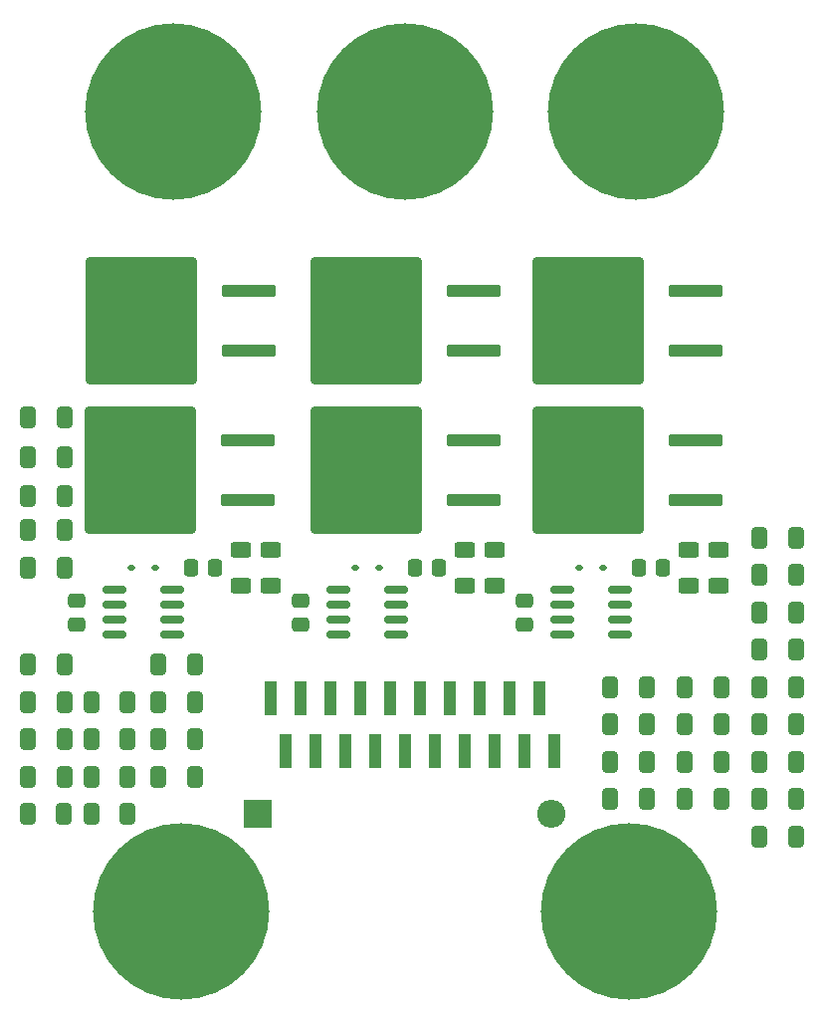
<source format=gbr>
%TF.GenerationSoftware,KiCad,Pcbnew,7.0.6*%
%TF.CreationDate,2023-10-19T15:55:56+03:00*%
%TF.ProjectId,_______ _____,21383b3e-3230-44f2-903f-3b3042302e6b,rev?*%
%TF.SameCoordinates,Original*%
%TF.FileFunction,Soldermask,Top*%
%TF.FilePolarity,Negative*%
%FSLAX46Y46*%
G04 Gerber Fmt 4.6, Leading zero omitted, Abs format (unit mm)*
G04 Created by KiCad (PCBNEW 7.0.6) date 2023-10-19 15:55:56*
%MOMM*%
%LPD*%
G01*
G04 APERTURE LIST*
G04 Aperture macros list*
%AMRoundRect*
0 Rectangle with rounded corners*
0 $1 Rounding radius*
0 $2 $3 $4 $5 $6 $7 $8 $9 X,Y pos of 4 corners*
0 Add a 4 corners polygon primitive as box body*
4,1,4,$2,$3,$4,$5,$6,$7,$8,$9,$2,$3,0*
0 Add four circle primitives for the rounded corners*
1,1,$1+$1,$2,$3*
1,1,$1+$1,$4,$5*
1,1,$1+$1,$6,$7*
1,1,$1+$1,$8,$9*
0 Add four rect primitives between the rounded corners*
20,1,$1+$1,$2,$3,$4,$5,0*
20,1,$1+$1,$4,$5,$6,$7,0*
20,1,$1+$1,$6,$7,$8,$9,0*
20,1,$1+$1,$8,$9,$2,$3,0*%
G04 Aperture macros list end*
%ADD10RoundRect,0.250000X-0.412500X-0.650000X0.412500X-0.650000X0.412500X0.650000X-0.412500X0.650000X0*%
%ADD11RoundRect,0.250000X0.412500X0.650000X-0.412500X0.650000X-0.412500X-0.650000X0.412500X-0.650000X0*%
%ADD12C,15.000000*%
%ADD13R,1.000000X2.997200*%
%ADD14O,2.400000X2.400000*%
%ADD15R,2.400000X2.400000*%
%ADD16RoundRect,0.250000X2.050000X0.300000X-2.050000X0.300000X-2.050000X-0.300000X2.050000X-0.300000X0*%
%ADD17RoundRect,0.250002X4.449998X5.149998X-4.449998X5.149998X-4.449998X-5.149998X4.449998X-5.149998X0*%
%ADD18RoundRect,0.150000X-0.825000X-0.150000X0.825000X-0.150000X0.825000X0.150000X-0.825000X0.150000X0*%
%ADD19RoundRect,0.250000X0.475000X-0.337500X0.475000X0.337500X-0.475000X0.337500X-0.475000X-0.337500X0*%
%ADD20RoundRect,0.250000X-0.337500X-0.475000X0.337500X-0.475000X0.337500X0.475000X-0.337500X0.475000X0*%
%ADD21RoundRect,0.250000X0.625000X-0.400000X0.625000X0.400000X-0.625000X0.400000X-0.625000X-0.400000X0*%
%ADD22RoundRect,0.112500X0.187500X0.112500X-0.187500X0.112500X-0.187500X-0.112500X0.187500X-0.112500X0*%
G04 APERTURE END LIST*
D10*
%TO.C,C48*%
X169887500Y-116205000D03*
X173012500Y-116205000D03*
%TD*%
%TO.C,C47*%
X169887500Y-106680000D03*
X173012500Y-106680000D03*
%TD*%
%TO.C,C46*%
X169887500Y-109855000D03*
X173012500Y-109855000D03*
%TD*%
%TO.C,C45*%
X169887500Y-113030000D03*
X173012500Y-113030000D03*
%TD*%
D11*
%TO.C,C44*%
X179362500Y-106680000D03*
X176237500Y-106680000D03*
%TD*%
%TO.C,C43*%
X123482500Y-83755000D03*
X120357500Y-83755000D03*
%TD*%
%TO.C,C42*%
X123482500Y-87105000D03*
X120357500Y-87105000D03*
%TD*%
%TO.C,C41*%
X123482500Y-90455000D03*
X120357500Y-90455000D03*
%TD*%
%TO.C,C40*%
X123482500Y-93345000D03*
X120357500Y-93345000D03*
%TD*%
%TO.C,C39*%
X120357500Y-96520000D03*
X123482500Y-96520000D03*
%TD*%
%TO.C,C38*%
X123482500Y-104775000D03*
X120357500Y-104775000D03*
%TD*%
%TO.C,C37*%
X123482500Y-107950000D03*
X120357500Y-107950000D03*
%TD*%
%TO.C,C36*%
X123482500Y-111125000D03*
X120357500Y-111125000D03*
%TD*%
%TO.C,C35*%
X123482500Y-114300000D03*
X120357500Y-114300000D03*
%TD*%
%TO.C,C34*%
X123432500Y-117475000D03*
X120307500Y-117475000D03*
%TD*%
D10*
%TO.C,C33*%
X182587500Y-106680000D03*
X185712500Y-106680000D03*
%TD*%
%TO.C,C32*%
X182587500Y-103505000D03*
X185712500Y-103505000D03*
%TD*%
%TO.C,C31*%
X182587500Y-100330000D03*
X185712500Y-100330000D03*
%TD*%
%TO.C,C30*%
X182587500Y-97155000D03*
X185712500Y-97155000D03*
%TD*%
%TO.C,C29*%
X182587500Y-93980000D03*
X185712500Y-93980000D03*
%TD*%
D11*
%TO.C,C28*%
X179362500Y-116205000D03*
X176237500Y-116205000D03*
%TD*%
D10*
%TO.C,C27*%
X182587500Y-119380000D03*
X185712500Y-119380000D03*
%TD*%
%TO.C,C26*%
X182587500Y-116205000D03*
X185712500Y-116205000D03*
%TD*%
%TO.C,C25*%
X182587500Y-113030000D03*
X185712500Y-113030000D03*
%TD*%
%TO.C,C24*%
X182587500Y-109855000D03*
X185712500Y-109855000D03*
%TD*%
D11*
%TO.C,C23*%
X131445000Y-107950000D03*
X134570000Y-107950000D03*
%TD*%
%TO.C,C22*%
X134570000Y-111125000D03*
X131445000Y-111125000D03*
%TD*%
%TO.C,C21*%
X131445000Y-114300000D03*
X134570000Y-114300000D03*
%TD*%
%TO.C,C20*%
X134570000Y-104775000D03*
X131445000Y-104775000D03*
%TD*%
D10*
%TO.C,C19*%
X125730000Y-117475000D03*
X128855000Y-117475000D03*
%TD*%
%TO.C,C18*%
X125730000Y-114300000D03*
X128855000Y-114300000D03*
%TD*%
%TO.C,C17*%
X125730000Y-111125000D03*
X128855000Y-111125000D03*
%TD*%
%TO.C,C16*%
X125730000Y-107950000D03*
X128855000Y-107950000D03*
%TD*%
D11*
%TO.C,C15*%
X179362500Y-109855000D03*
X176237500Y-109855000D03*
%TD*%
%TO.C,C14*%
X179362500Y-113030000D03*
X176237500Y-113030000D03*
%TD*%
D12*
%TO.C,J1*%
X133350000Y-125730000D03*
%TD*%
%TO.C,J2*%
X171450000Y-125730000D03*
%TD*%
%TO.C,J5*%
X172085000Y-57785000D03*
%TD*%
%TO.C,J4*%
X152400000Y-57785000D03*
%TD*%
%TO.C,J3*%
X132715000Y-57785000D03*
%TD*%
D13*
%TO.C,J6*%
X140970000Y-107605000D03*
X142240000Y-112105001D03*
X143510000Y-107605000D03*
X144780000Y-112105001D03*
X146050000Y-107605000D03*
X147320000Y-112105001D03*
X148590000Y-107605000D03*
X149860000Y-112105001D03*
X151130000Y-107605000D03*
X152400000Y-112105001D03*
X153670000Y-107605000D03*
X154940000Y-112105001D03*
X156210000Y-107605000D03*
X157480000Y-112105001D03*
X158750000Y-107605000D03*
X160020000Y-112105001D03*
X161290000Y-107605000D03*
X162560000Y-112105001D03*
X163830000Y-107605000D03*
X165100000Y-112105001D03*
%TD*%
D14*
%TO.C,C1*%
X164900000Y-117475000D03*
D15*
X139900000Y-117475000D03*
%TD*%
D16*
%TO.C,Q4*%
X158260000Y-78105000D03*
D17*
X149110000Y-75565000D03*
D16*
X158260000Y-73025000D03*
%TD*%
%TO.C,Q3*%
X158260000Y-90805000D03*
D17*
X149110000Y-88265000D03*
D16*
X158260000Y-85725000D03*
%TD*%
D18*
%TO.C,U2*%
X146750000Y-98425000D03*
X146750000Y-99695000D03*
X146750000Y-100965000D03*
X146750000Y-102235000D03*
X151700000Y-102235000D03*
X151700000Y-100965000D03*
X151700000Y-99695000D03*
X151700000Y-98425000D03*
%TD*%
D19*
%TO.C,C8*%
X162560000Y-101367500D03*
X162560000Y-99292500D03*
%TD*%
D18*
%TO.C,U3*%
X165800000Y-98425000D03*
X165800000Y-99695000D03*
X165800000Y-100965000D03*
X165800000Y-102235000D03*
X170750000Y-102235000D03*
X170750000Y-100965000D03*
X170750000Y-99695000D03*
X170750000Y-98425000D03*
%TD*%
D16*
%TO.C,Q6*%
X177165000Y-78105000D03*
D17*
X168015000Y-75565000D03*
D16*
X177165000Y-73025000D03*
%TD*%
D19*
%TO.C,C6*%
X143510000Y-101367500D03*
X143510000Y-99292500D03*
%TD*%
D20*
%TO.C,C7*%
X153267500Y-96520000D03*
X155342500Y-96520000D03*
%TD*%
D21*
%TO.C,R13*%
X138430000Y-98070000D03*
X138430000Y-94970000D03*
%TD*%
D22*
%TO.C,D1*%
X131225000Y-96520000D03*
X129125000Y-96520000D03*
%TD*%
D20*
%TO.C,C5*%
X134217500Y-96520000D03*
X136292500Y-96520000D03*
%TD*%
D19*
%TO.C,C4*%
X124460000Y-101367500D03*
X124460000Y-99292500D03*
%TD*%
D16*
%TO.C,Q5*%
X177165000Y-90805000D03*
D17*
X168015000Y-88265000D03*
D16*
X177165000Y-85725000D03*
%TD*%
D20*
%TO.C,C9*%
X172317500Y-96520000D03*
X174392500Y-96520000D03*
%TD*%
D22*
%TO.C,D2*%
X150275000Y-96520000D03*
X148175000Y-96520000D03*
%TD*%
D21*
%TO.C,R14*%
X140970000Y-98070000D03*
X140970000Y-94970000D03*
%TD*%
%TO.C,R18*%
X179070000Y-98070000D03*
X179070000Y-94970000D03*
%TD*%
%TO.C,R15*%
X157480000Y-98070000D03*
X157480000Y-94970000D03*
%TD*%
D16*
%TO.C,Q2*%
X139125000Y-78105000D03*
D17*
X129975000Y-75565000D03*
D16*
X139125000Y-73025000D03*
%TD*%
D21*
%TO.C,R17*%
X176530000Y-98070000D03*
X176530000Y-94970000D03*
%TD*%
%TO.C,R16*%
X160020000Y-98070000D03*
X160020000Y-94970000D03*
%TD*%
D18*
%TO.C,U1*%
X127700000Y-98425000D03*
X127700000Y-99695000D03*
X127700000Y-100965000D03*
X127700000Y-102235000D03*
X132650000Y-102235000D03*
X132650000Y-100965000D03*
X132650000Y-99695000D03*
X132650000Y-98425000D03*
%TD*%
D16*
%TO.C,Q1*%
X139095000Y-90805000D03*
D17*
X129945000Y-88265000D03*
D16*
X139095000Y-85725000D03*
%TD*%
D22*
%TO.C,D3*%
X169325000Y-96520000D03*
X167225000Y-96520000D03*
%TD*%
M02*

</source>
